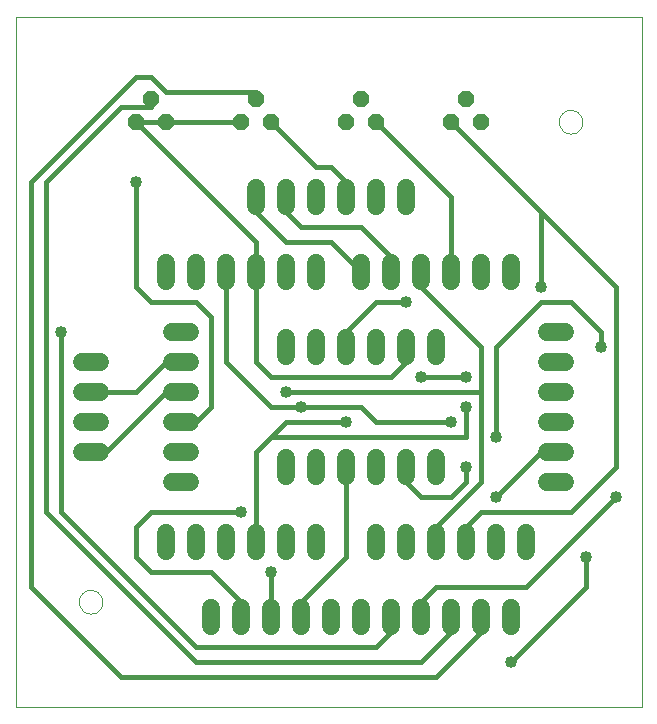
<source format=gtl>
G75*
%MOIN*%
%OFA0B0*%
%FSLAX24Y24*%
%IPPOS*%
%LPD*%
%AMOC8*
5,1,8,0,0,1.08239X$1,22.5*
%
%ADD10C,0.0000*%
%ADD11C,0.0600*%
%ADD12OC8,0.0520*%
%ADD13C,0.0150*%
%ADD14C,0.0400*%
D10*
X000100Y000140D02*
X000100Y023136D01*
X020970Y023136D01*
X020970Y000140D01*
X000100Y000140D01*
X002206Y003640D02*
X002208Y003679D01*
X002214Y003718D01*
X002224Y003756D01*
X002237Y003793D01*
X002254Y003828D01*
X002274Y003862D01*
X002298Y003893D01*
X002325Y003922D01*
X002354Y003948D01*
X002386Y003971D01*
X002420Y003991D01*
X002456Y004007D01*
X002493Y004019D01*
X002532Y004028D01*
X002571Y004033D01*
X002610Y004034D01*
X002649Y004031D01*
X002688Y004024D01*
X002725Y004013D01*
X002762Y003999D01*
X002797Y003981D01*
X002830Y003960D01*
X002861Y003935D01*
X002889Y003908D01*
X002914Y003878D01*
X002936Y003845D01*
X002955Y003811D01*
X002970Y003775D01*
X002982Y003737D01*
X002990Y003699D01*
X002994Y003660D01*
X002994Y003620D01*
X002990Y003581D01*
X002982Y003543D01*
X002970Y003505D01*
X002955Y003469D01*
X002936Y003435D01*
X002914Y003402D01*
X002889Y003372D01*
X002861Y003345D01*
X002830Y003320D01*
X002797Y003299D01*
X002762Y003281D01*
X002725Y003267D01*
X002688Y003256D01*
X002649Y003249D01*
X002610Y003246D01*
X002571Y003247D01*
X002532Y003252D01*
X002493Y003261D01*
X002456Y003273D01*
X002420Y003289D01*
X002386Y003309D01*
X002354Y003332D01*
X002325Y003358D01*
X002298Y003387D01*
X002274Y003418D01*
X002254Y003452D01*
X002237Y003487D01*
X002224Y003524D01*
X002214Y003562D01*
X002208Y003601D01*
X002206Y003640D01*
X018206Y019640D02*
X018208Y019679D01*
X018214Y019718D01*
X018224Y019756D01*
X018237Y019793D01*
X018254Y019828D01*
X018274Y019862D01*
X018298Y019893D01*
X018325Y019922D01*
X018354Y019948D01*
X018386Y019971D01*
X018420Y019991D01*
X018456Y020007D01*
X018493Y020019D01*
X018532Y020028D01*
X018571Y020033D01*
X018610Y020034D01*
X018649Y020031D01*
X018688Y020024D01*
X018725Y020013D01*
X018762Y019999D01*
X018797Y019981D01*
X018830Y019960D01*
X018861Y019935D01*
X018889Y019908D01*
X018914Y019878D01*
X018936Y019845D01*
X018955Y019811D01*
X018970Y019775D01*
X018982Y019737D01*
X018990Y019699D01*
X018994Y019660D01*
X018994Y019620D01*
X018990Y019581D01*
X018982Y019543D01*
X018970Y019505D01*
X018955Y019469D01*
X018936Y019435D01*
X018914Y019402D01*
X018889Y019372D01*
X018861Y019345D01*
X018830Y019320D01*
X018797Y019299D01*
X018762Y019281D01*
X018725Y019267D01*
X018688Y019256D01*
X018649Y019249D01*
X018610Y019246D01*
X018571Y019247D01*
X018532Y019252D01*
X018493Y019261D01*
X018456Y019273D01*
X018420Y019289D01*
X018386Y019309D01*
X018354Y019332D01*
X018325Y019358D01*
X018298Y019387D01*
X018274Y019418D01*
X018254Y019452D01*
X018237Y019487D01*
X018224Y019524D01*
X018214Y019562D01*
X018208Y019601D01*
X018206Y019640D01*
D11*
X016600Y014940D02*
X016600Y014340D01*
X015600Y014340D02*
X015600Y014940D01*
X014600Y014940D02*
X014600Y014340D01*
X013600Y014340D02*
X013600Y014940D01*
X012600Y014940D02*
X012600Y014340D01*
X011600Y014340D02*
X011600Y014940D01*
X010100Y014940D02*
X010100Y014340D01*
X009100Y014340D02*
X009100Y014940D01*
X008100Y014940D02*
X008100Y014340D01*
X007100Y014340D02*
X007100Y014940D01*
X006100Y014940D02*
X006100Y014340D01*
X005100Y014340D02*
X005100Y014940D01*
X005300Y012640D02*
X005900Y012640D01*
X005900Y011640D02*
X005300Y011640D01*
X005300Y010640D02*
X005900Y010640D01*
X005900Y009640D02*
X005300Y009640D01*
X005300Y008640D02*
X005900Y008640D01*
X005900Y007640D02*
X005300Y007640D01*
X005100Y005940D02*
X005100Y005340D01*
X006100Y005340D02*
X006100Y005940D01*
X007100Y005940D02*
X007100Y005340D01*
X008100Y005340D02*
X008100Y005940D01*
X009100Y005940D02*
X009100Y005340D01*
X010100Y005340D02*
X010100Y005940D01*
X010100Y007840D02*
X010100Y008440D01*
X009100Y008440D02*
X009100Y007840D01*
X011100Y007840D02*
X011100Y008440D01*
X012100Y008440D02*
X012100Y007840D01*
X013100Y007840D02*
X013100Y008440D01*
X014100Y008440D02*
X014100Y007840D01*
X014100Y005940D02*
X014100Y005340D01*
X013100Y005340D02*
X013100Y005940D01*
X012100Y005940D02*
X012100Y005340D01*
X011600Y003440D02*
X011600Y002840D01*
X012600Y002840D02*
X012600Y003440D01*
X013600Y003440D02*
X013600Y002840D01*
X014600Y002840D02*
X014600Y003440D01*
X015600Y003440D02*
X015600Y002840D01*
X016600Y002840D02*
X016600Y003440D01*
X016100Y005340D02*
X016100Y005940D01*
X015100Y005940D02*
X015100Y005340D01*
X017100Y005340D02*
X017100Y005940D01*
X017800Y007640D02*
X018400Y007640D01*
X018400Y008640D02*
X017800Y008640D01*
X017800Y009640D02*
X018400Y009640D01*
X018400Y010640D02*
X017800Y010640D01*
X017800Y011640D02*
X018400Y011640D01*
X018400Y012640D02*
X017800Y012640D01*
X014100Y012440D02*
X014100Y011840D01*
X013100Y011840D02*
X013100Y012440D01*
X012100Y012440D02*
X012100Y011840D01*
X011100Y011840D02*
X011100Y012440D01*
X010100Y012440D02*
X010100Y011840D01*
X009100Y011840D02*
X009100Y012440D01*
X009100Y016840D02*
X009100Y017440D01*
X010100Y017440D02*
X010100Y016840D01*
X011100Y016840D02*
X011100Y017440D01*
X012100Y017440D02*
X012100Y016840D01*
X013100Y016840D02*
X013100Y017440D01*
X008100Y017440D02*
X008100Y016840D01*
X002900Y011640D02*
X002300Y011640D01*
X002300Y010640D02*
X002900Y010640D01*
X002900Y009640D02*
X002300Y009640D01*
X002300Y008640D02*
X002900Y008640D01*
X006600Y003440D02*
X006600Y002840D01*
X007600Y002840D02*
X007600Y003440D01*
X008600Y003440D02*
X008600Y002840D01*
X009600Y002840D02*
X009600Y003440D01*
X010600Y003440D02*
X010600Y002840D01*
D12*
X011100Y019640D03*
X011600Y020390D03*
X012100Y019640D03*
X014600Y019640D03*
X015100Y020390D03*
X015600Y019640D03*
X008600Y019640D03*
X008100Y020390D03*
X007600Y019640D03*
X005100Y019640D03*
X004600Y020390D03*
X004100Y019640D03*
D13*
X008100Y015640D01*
X008100Y014640D01*
X008100Y011640D01*
X008600Y011140D01*
X012600Y011140D01*
X013100Y011640D01*
X013100Y012140D01*
X013600Y011140D02*
X015100Y011140D01*
X015600Y010640D02*
X009100Y010640D01*
X009600Y010140D02*
X011600Y010140D01*
X012100Y009640D01*
X014600Y009640D01*
X015100Y009140D02*
X015100Y010140D01*
X015600Y010640D02*
X015600Y007640D01*
X014100Y006140D01*
X014100Y005640D01*
X015100Y005640D02*
X015100Y006140D01*
X015600Y006640D01*
X018600Y006640D01*
X020100Y008140D01*
X020100Y014140D01*
X017600Y016640D01*
X017600Y014140D01*
X017600Y013640D02*
X016100Y012140D01*
X016100Y009140D01*
X015100Y009140D02*
X008600Y009140D01*
X008100Y008640D01*
X008100Y005640D01*
X007600Y006640D02*
X004600Y006640D01*
X004100Y006140D01*
X004100Y005140D01*
X004600Y004640D01*
X006600Y004640D01*
X007600Y003640D01*
X007600Y003140D01*
X008600Y003140D02*
X008600Y004640D01*
X009600Y003640D02*
X011100Y005140D01*
X011100Y008140D01*
X011100Y009640D02*
X009100Y009640D01*
X008600Y009140D01*
X008600Y010140D02*
X007100Y011640D01*
X007100Y014640D01*
X006100Y013640D02*
X006600Y013140D01*
X006600Y010140D01*
X006100Y009640D01*
X005600Y009640D01*
X005600Y010640D02*
X005100Y010640D01*
X003100Y008640D01*
X002600Y008640D01*
X002600Y010640D02*
X004100Y010640D01*
X005100Y011640D01*
X005600Y011640D01*
X006100Y013640D02*
X004600Y013640D01*
X004100Y014140D01*
X004100Y017640D01*
X004100Y019640D02*
X005100Y019640D01*
X007600Y019640D01*
X008100Y020390D02*
X008100Y020640D01*
X005100Y020640D01*
X004600Y021140D01*
X004100Y021140D01*
X000600Y017640D01*
X000600Y004140D01*
X003600Y001140D01*
X014100Y001140D01*
X015600Y002640D01*
X015600Y003140D01*
X014600Y003140D02*
X014600Y002640D01*
X013600Y001640D01*
X006100Y001640D01*
X001100Y006640D01*
X001100Y017640D01*
X003600Y020140D01*
X004600Y020140D01*
X004600Y020390D01*
X008100Y017140D02*
X008100Y016640D01*
X009100Y015640D01*
X010600Y015640D01*
X011600Y014640D01*
X012600Y014640D02*
X012600Y015140D01*
X011600Y016140D01*
X009600Y016140D01*
X009100Y016640D01*
X009100Y017140D01*
X010100Y018140D02*
X010600Y018140D01*
X011100Y017640D01*
X011100Y017140D01*
X010100Y018140D02*
X008600Y019640D01*
X012100Y019640D02*
X014600Y017140D01*
X014600Y014640D01*
X013600Y014640D02*
X013600Y014140D01*
X015600Y012140D01*
X015600Y010640D01*
X017600Y008640D02*
X016100Y007140D01*
X015100Y007640D02*
X015100Y008140D01*
X015100Y007640D02*
X014600Y007140D01*
X013600Y007140D01*
X013100Y007640D01*
X013100Y008140D01*
X009600Y010140D02*
X008600Y010140D01*
X011100Y012140D02*
X011100Y012640D01*
X012100Y013640D01*
X013100Y013640D01*
X017600Y013640D02*
X018600Y013640D01*
X019600Y012640D01*
X019600Y012140D01*
X018100Y008640D02*
X017600Y008640D01*
X020100Y007140D02*
X017100Y004140D01*
X014100Y004140D01*
X013600Y003640D01*
X013600Y003140D01*
X012600Y003140D02*
X012600Y002640D01*
X012100Y002140D01*
X006100Y002140D01*
X001600Y006640D01*
X001600Y012640D01*
X009600Y003640D02*
X009600Y003140D01*
X016600Y001640D02*
X019100Y004140D01*
X019100Y005140D01*
X017600Y016640D02*
X014600Y019640D01*
D14*
X017600Y014140D03*
X019600Y012140D03*
X016100Y009140D03*
X015100Y010140D03*
X014600Y009640D03*
X015100Y011140D03*
X013600Y011140D03*
X013100Y013640D03*
X011100Y009640D03*
X009600Y010140D03*
X009100Y010640D03*
X007600Y006640D03*
X008600Y004640D03*
X015100Y008140D03*
X016100Y007140D03*
X019100Y005140D03*
X020100Y007140D03*
X016600Y001640D03*
X004100Y017640D03*
X001600Y012640D03*
M02*

</source>
